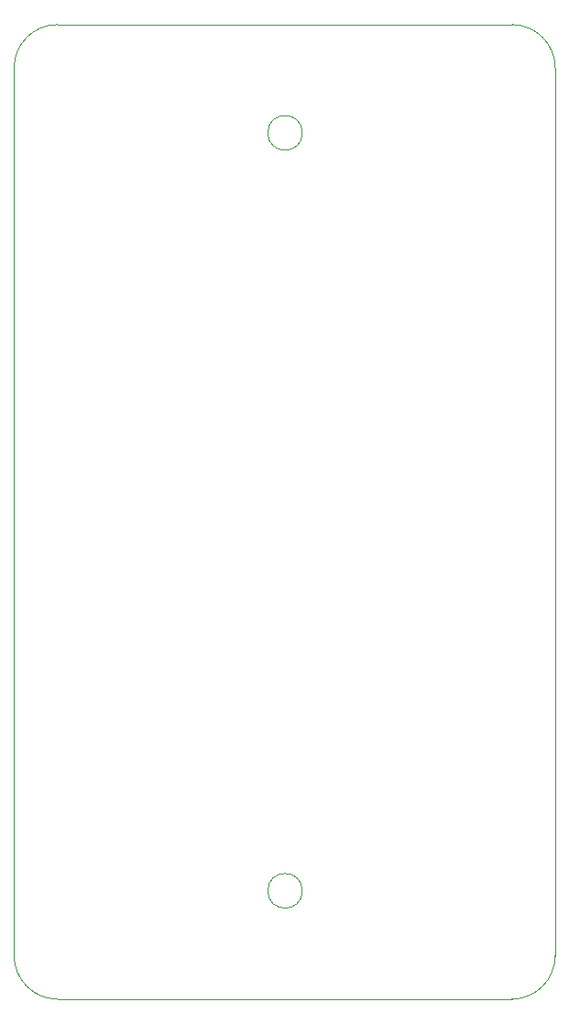
<source format=gbr>
G04 #@! TF.GenerationSoftware,KiCad,Pcbnew,5.0.1*
G04 #@! TF.CreationDate,2019-03-20T13:16:04+05:30*
G04 #@! TF.ProjectId,switches,73776974636865732E6B696361645F70,rev?*
G04 #@! TF.SameCoordinates,Original*
G04 #@! TF.FileFunction,Profile,NP*
%FSLAX46Y46*%
G04 Gerber Fmt 4.6, Leading zero omitted, Abs format (unit mm)*
G04 Created by KiCad (PCBNEW 5.0.1) date Wed 20 Mar 2019 01:16:04 PM IST*
%MOMM*%
%LPD*%
G01*
G04 APERTURE LIST*
%ADD10C,0.100000*%
G04 APERTURE END LIST*
D10*
X140018000Y-141372000D02*
X98018000Y-141372000D01*
X140018000Y-51372000D02*
X98018000Y-51372000D01*
X94018000Y-55372000D02*
X94018000Y-137372000D01*
X144018000Y-137372000D02*
G75*
G02X140018000Y-141372000I-4000000J0D01*
G01*
X144018000Y-137372000D02*
X144018000Y-55372000D01*
X140018000Y-51372000D02*
G75*
G02X144018000Y-55372000I0J-4000000D01*
G01*
X94018000Y-55372000D02*
G75*
G02X98018000Y-51372000I4000000J0D01*
G01*
X120653328Y-61372000D02*
G75*
G03X120653328Y-61372000I-1600001J0D01*
G01*
X120653327Y-131372000D02*
G75*
G03X120653327Y-131372000I-1600000J0D01*
G01*
X98018000Y-141372000D02*
G75*
G02X94018000Y-137372000I0J4000000D01*
G01*
M02*

</source>
